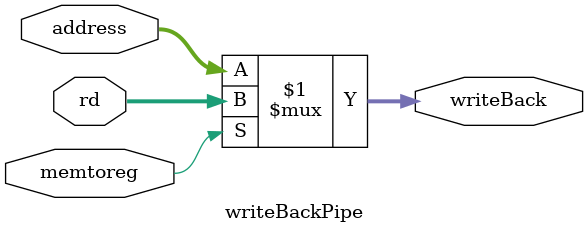
<source format=v>
`timescale 1ns / 1ps
module writeBackPipe(rd,address,memtoreg,writeBack
    );
	input [31:0]rd;
	input [31:0]address;
	input memtoreg;
	output [31:0]writeBack;
	
	assign writeBack=memtoreg?rd:address;
endmodule

</source>
